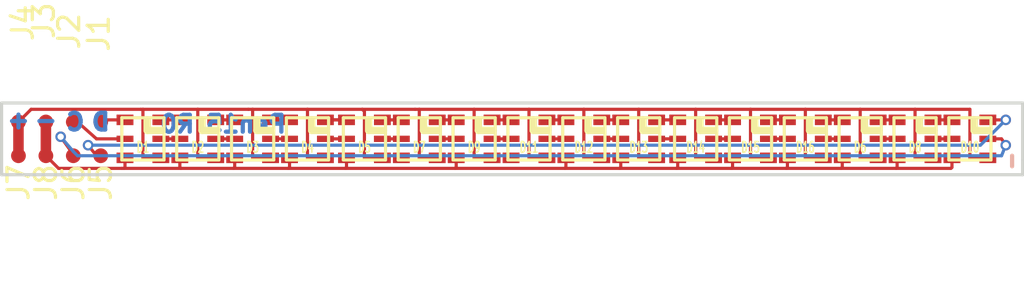
<source format=kicad_pcb>
(kicad_pcb (version 4) (host pcbnew 4.0.7-e2-6376~58~ubuntu16.04.1)

  (general
    (links 68)
    (no_connects 2)
    (area 146.524999 103.224999 195.075001 106.775001)
    (thickness 1.6)
    (drawings 13)
    (tracks 155)
    (zones 0)
    (modules 24)
    (nets 37)
  )

  (page A4)
  (layers
    (0 F.Cu signal)
    (31 B.Cu signal)
    (32 B.Adhes user)
    (33 F.Adhes user)
    (34 B.Paste user)
    (35 F.Paste user)
    (36 B.SilkS user)
    (37 F.SilkS user)
    (38 B.Mask user)
    (39 F.Mask user)
    (40 Dwgs.User user)
    (41 Cmts.User user)
    (42 Eco1.User user)
    (43 Eco2.User user)
    (44 Edge.Cuts user)
    (45 Margin user)
    (46 B.CrtYd user)
    (47 F.CrtYd user)
    (48 B.Fab user)
    (49 F.Fab user)
  )

  (setup
    (last_trace_width 0.15)
    (trace_clearance 0.15)
    (zone_clearance 0.508)
    (zone_45_only no)
    (trace_min 0.15)
    (segment_width 0.2)
    (edge_width 0.15)
    (via_size 0.5)
    (via_drill 0.3)
    (via_min_size 0.4)
    (via_min_drill 0.3)
    (uvia_size 0.3)
    (uvia_drill 0.1)
    (uvias_allowed no)
    (uvia_min_size 0.2)
    (uvia_min_drill 0.1)
    (pcb_text_width 0.3)
    (pcb_text_size 1.5 1.5)
    (mod_edge_width 0.15)
    (mod_text_size 1 1)
    (mod_text_width 0.15)
    (pad_size 1.524 1.524)
    (pad_drill 0.762)
    (pad_to_mask_clearance 0.2)
    (aux_axis_origin 0 0)
    (visible_elements FFFFFF7F)
    (pcbplotparams
      (layerselection 0x010f0_80000001)
      (usegerberextensions false)
      (excludeedgelayer true)
      (linewidth 0.100000)
      (plotframeref false)
      (viasonmask false)
      (mode 1)
      (useauxorigin false)
      (hpglpennumber 1)
      (hpglpenspeed 20)
      (hpglpendiameter 15)
      (hpglpenoverlay 2)
      (psnegative false)
      (psa4output false)
      (plotreference true)
      (plotvalue true)
      (plotinvisibletext false)
      (padsonsilk false)
      (subtractmaskfromsilk false)
      (outputformat 1)
      (mirror false)
      (drillshape 0)
      (scaleselection 1)
      (outputdirectory gerber_r0))
  )

  (net 0 "")
  (net 1 "Net-(D1-Pad2)")
  (net 2 "Net-(D1-Pad3)")
  (net 3 "Net-(D1-Pad4)")
  (net 4 "Net-(D1-Pad5)")
  (net 5 "Net-(D1-Pad6)")
  (net 6 "Net-(D1-Pad1)")
  (net 7 "Net-(D2-Pad6)")
  (net 8 "Net-(D2-Pad1)")
  (net 9 "Net-(D3-Pad6)")
  (net 10 "Net-(D3-Pad1)")
  (net 11 "Net-(D4-Pad6)")
  (net 12 "Net-(D4-Pad1)")
  (net 13 "Net-(D5-Pad6)")
  (net 14 "Net-(D5-Pad1)")
  (net 15 "Net-(D16-Pad1)")
  (net 16 "Net-(D16-Pad6)")
  (net 17 "Net-(D6-Pad6)")
  (net 18 "Net-(D6-Pad1)")
  (net 19 "Net-(D7-Pad6)")
  (net 20 "Net-(D7-Pad1)")
  (net 21 "Net-(D10-Pad3)")
  (net 22 "Net-(D10-Pad2)")
  (net 23 "Net-(D11-Pad3)")
  (net 24 "Net-(D11-Pad2)")
  (net 25 "Net-(D10-Pad6)")
  (net 26 "Net-(D10-Pad1)")
  (net 27 "Net-(D11-Pad6)")
  (net 28 "Net-(D11-Pad1)")
  (net 29 "Net-(D12-Pad6)")
  (net 30 "Net-(D12-Pad1)")
  (net 31 "Net-(D13-Pad6)")
  (net 32 "Net-(D13-Pad1)")
  (net 33 "Net-(D14-Pad6)")
  (net 34 "Net-(D14-Pad1)")
  (net 35 "Net-(D15-Pad6)")
  (net 36 "Net-(D15-Pad1)")

  (net_class Default "This is the default net class."
    (clearance 0.15)
    (trace_width 0.15)
    (via_dia 0.5)
    (via_drill 0.3)
    (uvia_dia 0.3)
    (uvia_drill 0.1)
    (add_net "Net-(D1-Pad1)")
    (add_net "Net-(D1-Pad2)")
    (add_net "Net-(D1-Pad3)")
    (add_net "Net-(D1-Pad6)")
    (add_net "Net-(D10-Pad1)")
    (add_net "Net-(D10-Pad2)")
    (add_net "Net-(D10-Pad3)")
    (add_net "Net-(D10-Pad6)")
    (add_net "Net-(D11-Pad1)")
    (add_net "Net-(D11-Pad2)")
    (add_net "Net-(D11-Pad3)")
    (add_net "Net-(D11-Pad6)")
    (add_net "Net-(D12-Pad1)")
    (add_net "Net-(D12-Pad6)")
    (add_net "Net-(D13-Pad1)")
    (add_net "Net-(D13-Pad6)")
    (add_net "Net-(D14-Pad1)")
    (add_net "Net-(D14-Pad6)")
    (add_net "Net-(D15-Pad1)")
    (add_net "Net-(D15-Pad6)")
    (add_net "Net-(D16-Pad1)")
    (add_net "Net-(D16-Pad6)")
    (add_net "Net-(D2-Pad1)")
    (add_net "Net-(D2-Pad6)")
    (add_net "Net-(D3-Pad1)")
    (add_net "Net-(D3-Pad6)")
    (add_net "Net-(D4-Pad1)")
    (add_net "Net-(D4-Pad6)")
    (add_net "Net-(D5-Pad1)")
    (add_net "Net-(D5-Pad6)")
    (add_net "Net-(D6-Pad1)")
    (add_net "Net-(D6-Pad6)")
    (add_net "Net-(D7-Pad1)")
    (add_net "Net-(D7-Pad6)")
  )

  (net_class PWR ""
    (clearance 0.15)
    (trace_width 0.5)
    (via_dia 0.5)
    (via_drill 0.3)
    (uvia_dia 0.3)
    (uvia_drill 0.1)
    (add_net "Net-(D1-Pad4)")
    (add_net "Net-(D1-Pad5)")
  )

  (module kicad:APA102-2020 (layer F.Cu) (tedit 5A277708) (tstamp 5AEF4908)
    (at 153.3 105)
    (path /5AEF4770)
    (fp_text reference D1 (at 0 0.4) (layer F.SilkS)
      (effects (font (size 0.50038 0.29972) (thickness 0.07493)))
    )
    (fp_text value APA102 (at 0 0.4) (layer F.SilkS) hide
      (effects (font (size 0.50038 0.29972) (thickness 0.0762)))
    )
    (fp_line (start 0.9 -0.4) (end 0.2 -0.4) (layer F.SilkS) (width 0.35))
    (fp_line (start 0.2 -0.4) (end 0.2 -0.9) (layer F.SilkS) (width 0.35))
    (fp_line (start -1 -1) (end 1 -1) (layer F.SilkS) (width 0.15))
    (fp_line (start 1 -1) (end 1 1) (layer F.SilkS) (width 0.15))
    (fp_line (start 1 1) (end -1 1) (layer F.SilkS) (width 0.15))
    (fp_line (start -1 1) (end -1 -1) (layer F.SilkS) (width 0.15))
    (pad 2 smd rect (at -0.85 -0.9) (size 0.8 0.5) (layers F.Cu F.Paste F.Mask)
      (net 1 "Net-(D1-Pad2)"))
    (pad 3 smd rect (at -0.85 0) (size 0.8 0.3) (layers F.Cu F.Paste F.Mask)
      (net 2 "Net-(D1-Pad3)"))
    (pad 4 smd rect (at -0.85 0.9) (size 0.8 0.5) (layers F.Cu F.Paste F.Mask)
      (net 3 "Net-(D1-Pad4)"))
    (pad 5 smd rect (at 0.85 0.9) (size 0.8 0.5) (layers F.Cu F.Paste F.Mask)
      (net 4 "Net-(D1-Pad5)"))
    (pad 6 smd rect (at 0.85 0) (size 0.8 0.3) (layers F.Cu F.Paste F.Mask)
      (net 5 "Net-(D1-Pad6)"))
    (pad 1 smd rect (at 0.85 -0.9) (size 0.8 0.5) (layers F.Cu F.Paste F.Mask)
      (net 6 "Net-(D1-Pad1)"))
  )

  (module kicad:APA102-2020 (layer F.Cu) (tedit 5A277708) (tstamp 5AEF4912)
    (at 155.9 105)
    (path /5AEF4801)
    (fp_text reference D2 (at 0 0.4) (layer F.SilkS)
      (effects (font (size 0.50038 0.29972) (thickness 0.07493)))
    )
    (fp_text value APA102 (at 0 0.4) (layer F.SilkS) hide
      (effects (font (size 0.50038 0.29972) (thickness 0.0762)))
    )
    (fp_line (start 0.9 -0.4) (end 0.2 -0.4) (layer F.SilkS) (width 0.35))
    (fp_line (start 0.2 -0.4) (end 0.2 -0.9) (layer F.SilkS) (width 0.35))
    (fp_line (start -1 -1) (end 1 -1) (layer F.SilkS) (width 0.15))
    (fp_line (start 1 -1) (end 1 1) (layer F.SilkS) (width 0.15))
    (fp_line (start 1 1) (end -1 1) (layer F.SilkS) (width 0.15))
    (fp_line (start -1 1) (end -1 -1) (layer F.SilkS) (width 0.15))
    (pad 2 smd rect (at -0.85 -0.9) (size 0.8 0.5) (layers F.Cu F.Paste F.Mask)
      (net 6 "Net-(D1-Pad1)"))
    (pad 3 smd rect (at -0.85 0) (size 0.8 0.3) (layers F.Cu F.Paste F.Mask)
      (net 5 "Net-(D1-Pad6)"))
    (pad 4 smd rect (at -0.85 0.9) (size 0.8 0.5) (layers F.Cu F.Paste F.Mask)
      (net 3 "Net-(D1-Pad4)"))
    (pad 5 smd rect (at 0.85 0.9) (size 0.8 0.5) (layers F.Cu F.Paste F.Mask)
      (net 4 "Net-(D1-Pad5)"))
    (pad 6 smd rect (at 0.85 0) (size 0.8 0.3) (layers F.Cu F.Paste F.Mask)
      (net 7 "Net-(D2-Pad6)"))
    (pad 1 smd rect (at 0.85 -0.9) (size 0.8 0.5) (layers F.Cu F.Paste F.Mask)
      (net 8 "Net-(D2-Pad1)"))
  )

  (module kicad:APA102-2020 (layer F.Cu) (tedit 5A277708) (tstamp 5AEF491C)
    (at 158.5 105)
    (path /5AEF4834)
    (fp_text reference D3 (at 0 0.4) (layer F.SilkS)
      (effects (font (size 0.50038 0.29972) (thickness 0.07493)))
    )
    (fp_text value APA102 (at 0 0.4) (layer F.SilkS) hide
      (effects (font (size 0.50038 0.29972) (thickness 0.0762)))
    )
    (fp_line (start 0.9 -0.4) (end 0.2 -0.4) (layer F.SilkS) (width 0.35))
    (fp_line (start 0.2 -0.4) (end 0.2 -0.9) (layer F.SilkS) (width 0.35))
    (fp_line (start -1 -1) (end 1 -1) (layer F.SilkS) (width 0.15))
    (fp_line (start 1 -1) (end 1 1) (layer F.SilkS) (width 0.15))
    (fp_line (start 1 1) (end -1 1) (layer F.SilkS) (width 0.15))
    (fp_line (start -1 1) (end -1 -1) (layer F.SilkS) (width 0.15))
    (pad 2 smd rect (at -0.85 -0.9) (size 0.8 0.5) (layers F.Cu F.Paste F.Mask)
      (net 8 "Net-(D2-Pad1)"))
    (pad 3 smd rect (at -0.85 0) (size 0.8 0.3) (layers F.Cu F.Paste F.Mask)
      (net 7 "Net-(D2-Pad6)"))
    (pad 4 smd rect (at -0.85 0.9) (size 0.8 0.5) (layers F.Cu F.Paste F.Mask)
      (net 3 "Net-(D1-Pad4)"))
    (pad 5 smd rect (at 0.85 0.9) (size 0.8 0.5) (layers F.Cu F.Paste F.Mask)
      (net 4 "Net-(D1-Pad5)"))
    (pad 6 smd rect (at 0.85 0) (size 0.8 0.3) (layers F.Cu F.Paste F.Mask)
      (net 9 "Net-(D3-Pad6)"))
    (pad 1 smd rect (at 0.85 -0.9) (size 0.8 0.5) (layers F.Cu F.Paste F.Mask)
      (net 10 "Net-(D3-Pad1)"))
  )

  (module kicad:APA102-2020 (layer F.Cu) (tedit 5A277708) (tstamp 5AEF4926)
    (at 161.1 105)
    (path /5AEF4873)
    (fp_text reference D4 (at 0 0.4) (layer F.SilkS)
      (effects (font (size 0.50038 0.29972) (thickness 0.07493)))
    )
    (fp_text value APA102 (at 0 0.4) (layer F.SilkS) hide
      (effects (font (size 0.50038 0.29972) (thickness 0.0762)))
    )
    (fp_line (start 0.9 -0.4) (end 0.2 -0.4) (layer F.SilkS) (width 0.35))
    (fp_line (start 0.2 -0.4) (end 0.2 -0.9) (layer F.SilkS) (width 0.35))
    (fp_line (start -1 -1) (end 1 -1) (layer F.SilkS) (width 0.15))
    (fp_line (start 1 -1) (end 1 1) (layer F.SilkS) (width 0.15))
    (fp_line (start 1 1) (end -1 1) (layer F.SilkS) (width 0.15))
    (fp_line (start -1 1) (end -1 -1) (layer F.SilkS) (width 0.15))
    (pad 2 smd rect (at -0.85 -0.9) (size 0.8 0.5) (layers F.Cu F.Paste F.Mask)
      (net 10 "Net-(D3-Pad1)"))
    (pad 3 smd rect (at -0.85 0) (size 0.8 0.3) (layers F.Cu F.Paste F.Mask)
      (net 9 "Net-(D3-Pad6)"))
    (pad 4 smd rect (at -0.85 0.9) (size 0.8 0.5) (layers F.Cu F.Paste F.Mask)
      (net 3 "Net-(D1-Pad4)"))
    (pad 5 smd rect (at 0.85 0.9) (size 0.8 0.5) (layers F.Cu F.Paste F.Mask)
      (net 4 "Net-(D1-Pad5)"))
    (pad 6 smd rect (at 0.85 0) (size 0.8 0.3) (layers F.Cu F.Paste F.Mask)
      (net 11 "Net-(D4-Pad6)"))
    (pad 1 smd rect (at 0.85 -0.9) (size 0.8 0.5) (layers F.Cu F.Paste F.Mask)
      (net 12 "Net-(D4-Pad1)"))
  )

  (module kicad:APA102-2020 (layer F.Cu) (tedit 5A277708) (tstamp 5AFF41E1)
    (at 163.8 105)
    (path /5AFF4021)
    (fp_text reference D5 (at 0 0.4) (layer F.SilkS)
      (effects (font (size 0.50038 0.29972) (thickness 0.07493)))
    )
    (fp_text value APA102 (at 0 0.4) (layer F.SilkS) hide
      (effects (font (size 0.50038 0.29972) (thickness 0.0762)))
    )
    (fp_line (start 0.9 -0.4) (end 0.2 -0.4) (layer F.SilkS) (width 0.35))
    (fp_line (start 0.2 -0.4) (end 0.2 -0.9) (layer F.SilkS) (width 0.35))
    (fp_line (start -1 -1) (end 1 -1) (layer F.SilkS) (width 0.15))
    (fp_line (start 1 -1) (end 1 1) (layer F.SilkS) (width 0.15))
    (fp_line (start 1 1) (end -1 1) (layer F.SilkS) (width 0.15))
    (fp_line (start -1 1) (end -1 -1) (layer F.SilkS) (width 0.15))
    (pad 2 smd rect (at -0.85 -0.9) (size 0.8 0.5) (layers F.Cu F.Paste F.Mask)
      (net 12 "Net-(D4-Pad1)"))
    (pad 3 smd rect (at -0.85 0) (size 0.8 0.3) (layers F.Cu F.Paste F.Mask)
      (net 11 "Net-(D4-Pad6)"))
    (pad 4 smd rect (at -0.85 0.9) (size 0.8 0.5) (layers F.Cu F.Paste F.Mask)
      (net 3 "Net-(D1-Pad4)"))
    (pad 5 smd rect (at 0.85 0.9) (size 0.8 0.5) (layers F.Cu F.Paste F.Mask)
      (net 4 "Net-(D1-Pad5)"))
    (pad 6 smd rect (at 0.85 0) (size 0.8 0.3) (layers F.Cu F.Paste F.Mask)
      (net 13 "Net-(D5-Pad6)"))
    (pad 1 smd rect (at 0.85 -0.9) (size 0.8 0.5) (layers F.Cu F.Paste F.Mask)
      (net 14 "Net-(D5-Pad1)"))
  )

  (module kicad:APA102-2020 (layer F.Cu) (tedit 5A277708) (tstamp 5AFF41EB)
    (at 187.3 105)
    (path /5AFF42FA)
    (fp_text reference D6 (at 0 0.4) (layer F.SilkS)
      (effects (font (size 0.50038 0.29972) (thickness 0.07493)))
    )
    (fp_text value APA102 (at 0 0.4) (layer F.SilkS) hide
      (effects (font (size 0.50038 0.29972) (thickness 0.0762)))
    )
    (fp_line (start 0.9 -0.4) (end 0.2 -0.4) (layer F.SilkS) (width 0.35))
    (fp_line (start 0.2 -0.4) (end 0.2 -0.9) (layer F.SilkS) (width 0.35))
    (fp_line (start -1 -1) (end 1 -1) (layer F.SilkS) (width 0.15))
    (fp_line (start 1 -1) (end 1 1) (layer F.SilkS) (width 0.15))
    (fp_line (start 1 1) (end -1 1) (layer F.SilkS) (width 0.15))
    (fp_line (start -1 1) (end -1 -1) (layer F.SilkS) (width 0.15))
    (pad 2 smd rect (at -0.85 -0.9) (size 0.8 0.5) (layers F.Cu F.Paste F.Mask)
      (net 15 "Net-(D16-Pad1)"))
    (pad 3 smd rect (at -0.85 0) (size 0.8 0.3) (layers F.Cu F.Paste F.Mask)
      (net 16 "Net-(D16-Pad6)"))
    (pad 4 smd rect (at -0.85 0.9) (size 0.8 0.5) (layers F.Cu F.Paste F.Mask)
      (net 3 "Net-(D1-Pad4)"))
    (pad 5 smd rect (at 0.85 0.9) (size 0.8 0.5) (layers F.Cu F.Paste F.Mask)
      (net 4 "Net-(D1-Pad5)"))
    (pad 6 smd rect (at 0.85 0) (size 0.8 0.3) (layers F.Cu F.Paste F.Mask)
      (net 17 "Net-(D6-Pad6)"))
    (pad 1 smd rect (at 0.85 -0.9) (size 0.8 0.5) (layers F.Cu F.Paste F.Mask)
      (net 18 "Net-(D6-Pad1)"))
  )

  (module kicad:APA102-2020 (layer F.Cu) (tedit 5A277708) (tstamp 5AFF41F5)
    (at 166.4 105)
    (path /5AFF4074)
    (fp_text reference D7 (at 0 0.4) (layer F.SilkS)
      (effects (font (size 0.50038 0.29972) (thickness 0.07493)))
    )
    (fp_text value APA102 (at 0 0.4) (layer F.SilkS) hide
      (effects (font (size 0.50038 0.29972) (thickness 0.0762)))
    )
    (fp_line (start 0.9 -0.4) (end 0.2 -0.4) (layer F.SilkS) (width 0.35))
    (fp_line (start 0.2 -0.4) (end 0.2 -0.9) (layer F.SilkS) (width 0.35))
    (fp_line (start -1 -1) (end 1 -1) (layer F.SilkS) (width 0.15))
    (fp_line (start 1 -1) (end 1 1) (layer F.SilkS) (width 0.15))
    (fp_line (start 1 1) (end -1 1) (layer F.SilkS) (width 0.15))
    (fp_line (start -1 1) (end -1 -1) (layer F.SilkS) (width 0.15))
    (pad 2 smd rect (at -0.85 -0.9) (size 0.8 0.5) (layers F.Cu F.Paste F.Mask)
      (net 14 "Net-(D5-Pad1)"))
    (pad 3 smd rect (at -0.85 0) (size 0.8 0.3) (layers F.Cu F.Paste F.Mask)
      (net 13 "Net-(D5-Pad6)"))
    (pad 4 smd rect (at -0.85 0.9) (size 0.8 0.5) (layers F.Cu F.Paste F.Mask)
      (net 3 "Net-(D1-Pad4)"))
    (pad 5 smd rect (at 0.85 0.9) (size 0.8 0.5) (layers F.Cu F.Paste F.Mask)
      (net 4 "Net-(D1-Pad5)"))
    (pad 6 smd rect (at 0.85 0) (size 0.8 0.3) (layers F.Cu F.Paste F.Mask)
      (net 19 "Net-(D7-Pad6)"))
    (pad 1 smd rect (at 0.85 -0.9) (size 0.8 0.5) (layers F.Cu F.Paste F.Mask)
      (net 20 "Net-(D7-Pad1)"))
  )

  (module kicad:APA102-2020 (layer F.Cu) (tedit 5A277708) (tstamp 5AFF41FF)
    (at 189.9 105)
    (path /5AFF44F1)
    (fp_text reference D8 (at 0 0.4) (layer F.SilkS)
      (effects (font (size 0.50038 0.29972) (thickness 0.07493)))
    )
    (fp_text value APA102 (at 0 0.4) (layer F.SilkS) hide
      (effects (font (size 0.50038 0.29972) (thickness 0.0762)))
    )
    (fp_line (start 0.9 -0.4) (end 0.2 -0.4) (layer F.SilkS) (width 0.35))
    (fp_line (start 0.2 -0.4) (end 0.2 -0.9) (layer F.SilkS) (width 0.35))
    (fp_line (start -1 -1) (end 1 -1) (layer F.SilkS) (width 0.15))
    (fp_line (start 1 -1) (end 1 1) (layer F.SilkS) (width 0.15))
    (fp_line (start 1 1) (end -1 1) (layer F.SilkS) (width 0.15))
    (fp_line (start -1 1) (end -1 -1) (layer F.SilkS) (width 0.15))
    (pad 2 smd rect (at -0.85 -0.9) (size 0.8 0.5) (layers F.Cu F.Paste F.Mask)
      (net 18 "Net-(D6-Pad1)"))
    (pad 3 smd rect (at -0.85 0) (size 0.8 0.3) (layers F.Cu F.Paste F.Mask)
      (net 17 "Net-(D6-Pad6)"))
    (pad 4 smd rect (at -0.85 0.9) (size 0.8 0.5) (layers F.Cu F.Paste F.Mask)
      (net 3 "Net-(D1-Pad4)"))
    (pad 5 smd rect (at 0.85 0.9) (size 0.8 0.5) (layers F.Cu F.Paste F.Mask)
      (net 4 "Net-(D1-Pad5)"))
    (pad 6 smd rect (at 0.85 0) (size 0.8 0.3) (layers F.Cu F.Paste F.Mask)
      (net 21 "Net-(D10-Pad3)"))
    (pad 1 smd rect (at 0.85 -0.9) (size 0.8 0.5) (layers F.Cu F.Paste F.Mask)
      (net 22 "Net-(D10-Pad2)"))
  )

  (module kicad:APA102-2020 (layer F.Cu) (tedit 5A277708) (tstamp 5AFF4209)
    (at 169 105)
    (path /5AFF40A9)
    (fp_text reference D9 (at 0 0.4) (layer F.SilkS)
      (effects (font (size 0.50038 0.29972) (thickness 0.07493)))
    )
    (fp_text value APA102 (at 0 0.4) (layer F.SilkS) hide
      (effects (font (size 0.50038 0.29972) (thickness 0.0762)))
    )
    (fp_line (start 0.9 -0.4) (end 0.2 -0.4) (layer F.SilkS) (width 0.35))
    (fp_line (start 0.2 -0.4) (end 0.2 -0.9) (layer F.SilkS) (width 0.35))
    (fp_line (start -1 -1) (end 1 -1) (layer F.SilkS) (width 0.15))
    (fp_line (start 1 -1) (end 1 1) (layer F.SilkS) (width 0.15))
    (fp_line (start 1 1) (end -1 1) (layer F.SilkS) (width 0.15))
    (fp_line (start -1 1) (end -1 -1) (layer F.SilkS) (width 0.15))
    (pad 2 smd rect (at -0.85 -0.9) (size 0.8 0.5) (layers F.Cu F.Paste F.Mask)
      (net 20 "Net-(D7-Pad1)"))
    (pad 3 smd rect (at -0.85 0) (size 0.8 0.3) (layers F.Cu F.Paste F.Mask)
      (net 19 "Net-(D7-Pad6)"))
    (pad 4 smd rect (at -0.85 0.9) (size 0.8 0.5) (layers F.Cu F.Paste F.Mask)
      (net 3 "Net-(D1-Pad4)"))
    (pad 5 smd rect (at 0.85 0.9) (size 0.8 0.5) (layers F.Cu F.Paste F.Mask)
      (net 4 "Net-(D1-Pad5)"))
    (pad 6 smd rect (at 0.85 0) (size 0.8 0.3) (layers F.Cu F.Paste F.Mask)
      (net 23 "Net-(D11-Pad3)"))
    (pad 1 smd rect (at 0.85 -0.9) (size 0.8 0.5) (layers F.Cu F.Paste F.Mask)
      (net 24 "Net-(D11-Pad2)"))
  )

  (module kicad:APA102-2020 (layer F.Cu) (tedit 5A277708) (tstamp 5AFF4213)
    (at 192.5 105)
    (path /5AFF4562)
    (fp_text reference D10 (at 0 0.4) (layer F.SilkS)
      (effects (font (size 0.50038 0.29972) (thickness 0.07493)))
    )
    (fp_text value APA102 (at 0 0.4) (layer F.SilkS) hide
      (effects (font (size 0.50038 0.29972) (thickness 0.0762)))
    )
    (fp_line (start 0.9 -0.4) (end 0.2 -0.4) (layer F.SilkS) (width 0.35))
    (fp_line (start 0.2 -0.4) (end 0.2 -0.9) (layer F.SilkS) (width 0.35))
    (fp_line (start -1 -1) (end 1 -1) (layer F.SilkS) (width 0.15))
    (fp_line (start 1 -1) (end 1 1) (layer F.SilkS) (width 0.15))
    (fp_line (start 1 1) (end -1 1) (layer F.SilkS) (width 0.15))
    (fp_line (start -1 1) (end -1 -1) (layer F.SilkS) (width 0.15))
    (pad 2 smd rect (at -0.85 -0.9) (size 0.8 0.5) (layers F.Cu F.Paste F.Mask)
      (net 22 "Net-(D10-Pad2)"))
    (pad 3 smd rect (at -0.85 0) (size 0.8 0.3) (layers F.Cu F.Paste F.Mask)
      (net 21 "Net-(D10-Pad3)"))
    (pad 4 smd rect (at -0.85 0.9) (size 0.8 0.5) (layers F.Cu F.Paste F.Mask)
      (net 3 "Net-(D1-Pad4)"))
    (pad 5 smd rect (at 0.85 0.9) (size 0.8 0.5) (layers F.Cu F.Paste F.Mask)
      (net 4 "Net-(D1-Pad5)"))
    (pad 6 smd rect (at 0.85 0) (size 0.8 0.3) (layers F.Cu F.Paste F.Mask)
      (net 25 "Net-(D10-Pad6)"))
    (pad 1 smd rect (at 0.85 -0.9) (size 0.8 0.5) (layers F.Cu F.Paste F.Mask)
      (net 26 "Net-(D10-Pad1)"))
  )

  (module kicad:APA102-2020 (layer F.Cu) (tedit 5A277708) (tstamp 5AFF421D)
    (at 171.6 105)
    (path /5AFF40DA)
    (fp_text reference D11 (at 0 0.4) (layer F.SilkS)
      (effects (font (size 0.50038 0.29972) (thickness 0.07493)))
    )
    (fp_text value APA102 (at 0 0.4) (layer F.SilkS) hide
      (effects (font (size 0.50038 0.29972) (thickness 0.0762)))
    )
    (fp_line (start 0.9 -0.4) (end 0.2 -0.4) (layer F.SilkS) (width 0.35))
    (fp_line (start 0.2 -0.4) (end 0.2 -0.9) (layer F.SilkS) (width 0.35))
    (fp_line (start -1 -1) (end 1 -1) (layer F.SilkS) (width 0.15))
    (fp_line (start 1 -1) (end 1 1) (layer F.SilkS) (width 0.15))
    (fp_line (start 1 1) (end -1 1) (layer F.SilkS) (width 0.15))
    (fp_line (start -1 1) (end -1 -1) (layer F.SilkS) (width 0.15))
    (pad 2 smd rect (at -0.85 -0.9) (size 0.8 0.5) (layers F.Cu F.Paste F.Mask)
      (net 24 "Net-(D11-Pad2)"))
    (pad 3 smd rect (at -0.85 0) (size 0.8 0.3) (layers F.Cu F.Paste F.Mask)
      (net 23 "Net-(D11-Pad3)"))
    (pad 4 smd rect (at -0.85 0.9) (size 0.8 0.5) (layers F.Cu F.Paste F.Mask)
      (net 3 "Net-(D1-Pad4)"))
    (pad 5 smd rect (at 0.85 0.9) (size 0.8 0.5) (layers F.Cu F.Paste F.Mask)
      (net 4 "Net-(D1-Pad5)"))
    (pad 6 smd rect (at 0.85 0) (size 0.8 0.3) (layers F.Cu F.Paste F.Mask)
      (net 27 "Net-(D11-Pad6)"))
    (pad 1 smd rect (at 0.85 -0.9) (size 0.8 0.5) (layers F.Cu F.Paste F.Mask)
      (net 28 "Net-(D11-Pad1)"))
  )

  (module kicad:APA102-2020 (layer F.Cu) (tedit 5A277708) (tstamp 5AFF4227)
    (at 174.2 105)
    (path /5AFF4127)
    (fp_text reference D12 (at 0 0.4) (layer F.SilkS)
      (effects (font (size 0.50038 0.29972) (thickness 0.07493)))
    )
    (fp_text value APA102 (at 0 0.4) (layer F.SilkS) hide
      (effects (font (size 0.50038 0.29972) (thickness 0.0762)))
    )
    (fp_line (start 0.9 -0.4) (end 0.2 -0.4) (layer F.SilkS) (width 0.35))
    (fp_line (start 0.2 -0.4) (end 0.2 -0.9) (layer F.SilkS) (width 0.35))
    (fp_line (start -1 -1) (end 1 -1) (layer F.SilkS) (width 0.15))
    (fp_line (start 1 -1) (end 1 1) (layer F.SilkS) (width 0.15))
    (fp_line (start 1 1) (end -1 1) (layer F.SilkS) (width 0.15))
    (fp_line (start -1 1) (end -1 -1) (layer F.SilkS) (width 0.15))
    (pad 2 smd rect (at -0.85 -0.9) (size 0.8 0.5) (layers F.Cu F.Paste F.Mask)
      (net 28 "Net-(D11-Pad1)"))
    (pad 3 smd rect (at -0.85 0) (size 0.8 0.3) (layers F.Cu F.Paste F.Mask)
      (net 27 "Net-(D11-Pad6)"))
    (pad 4 smd rect (at -0.85 0.9) (size 0.8 0.5) (layers F.Cu F.Paste F.Mask)
      (net 3 "Net-(D1-Pad4)"))
    (pad 5 smd rect (at 0.85 0.9) (size 0.8 0.5) (layers F.Cu F.Paste F.Mask)
      (net 4 "Net-(D1-Pad5)"))
    (pad 6 smd rect (at 0.85 0) (size 0.8 0.3) (layers F.Cu F.Paste F.Mask)
      (net 29 "Net-(D12-Pad6)"))
    (pad 1 smd rect (at 0.85 -0.9) (size 0.8 0.5) (layers F.Cu F.Paste F.Mask)
      (net 30 "Net-(D12-Pad1)"))
  )

  (module kicad:APA102-2020 (layer F.Cu) (tedit 5A277708) (tstamp 5AFF4231)
    (at 176.8 105)
    (path /5AFF41A8)
    (fp_text reference D13 (at 0 0.4) (layer F.SilkS)
      (effects (font (size 0.50038 0.29972) (thickness 0.07493)))
    )
    (fp_text value APA102 (at 0 0.4) (layer F.SilkS) hide
      (effects (font (size 0.50038 0.29972) (thickness 0.0762)))
    )
    (fp_line (start 0.9 -0.4) (end 0.2 -0.4) (layer F.SilkS) (width 0.35))
    (fp_line (start 0.2 -0.4) (end 0.2 -0.9) (layer F.SilkS) (width 0.35))
    (fp_line (start -1 -1) (end 1 -1) (layer F.SilkS) (width 0.15))
    (fp_line (start 1 -1) (end 1 1) (layer F.SilkS) (width 0.15))
    (fp_line (start 1 1) (end -1 1) (layer F.SilkS) (width 0.15))
    (fp_line (start -1 1) (end -1 -1) (layer F.SilkS) (width 0.15))
    (pad 2 smd rect (at -0.85 -0.9) (size 0.8 0.5) (layers F.Cu F.Paste F.Mask)
      (net 30 "Net-(D12-Pad1)"))
    (pad 3 smd rect (at -0.85 0) (size 0.8 0.3) (layers F.Cu F.Paste F.Mask)
      (net 29 "Net-(D12-Pad6)"))
    (pad 4 smd rect (at -0.85 0.9) (size 0.8 0.5) (layers F.Cu F.Paste F.Mask)
      (net 3 "Net-(D1-Pad4)"))
    (pad 5 smd rect (at 0.85 0.9) (size 0.8 0.5) (layers F.Cu F.Paste F.Mask)
      (net 4 "Net-(D1-Pad5)"))
    (pad 6 smd rect (at 0.85 0) (size 0.8 0.3) (layers F.Cu F.Paste F.Mask)
      (net 31 "Net-(D13-Pad6)"))
    (pad 1 smd rect (at 0.85 -0.9) (size 0.8 0.5) (layers F.Cu F.Paste F.Mask)
      (net 32 "Net-(D13-Pad1)"))
  )

  (module kicad:APA102-2020 (layer F.Cu) (tedit 5A277708) (tstamp 5AFF423B)
    (at 179.5 105)
    (path /5AFF41D5)
    (fp_text reference D14 (at 0 0.4) (layer F.SilkS)
      (effects (font (size 0.50038 0.29972) (thickness 0.07493)))
    )
    (fp_text value APA102 (at 0 0.4) (layer F.SilkS) hide
      (effects (font (size 0.50038 0.29972) (thickness 0.0762)))
    )
    (fp_line (start 0.9 -0.4) (end 0.2 -0.4) (layer F.SilkS) (width 0.35))
    (fp_line (start 0.2 -0.4) (end 0.2 -0.9) (layer F.SilkS) (width 0.35))
    (fp_line (start -1 -1) (end 1 -1) (layer F.SilkS) (width 0.15))
    (fp_line (start 1 -1) (end 1 1) (layer F.SilkS) (width 0.15))
    (fp_line (start 1 1) (end -1 1) (layer F.SilkS) (width 0.15))
    (fp_line (start -1 1) (end -1 -1) (layer F.SilkS) (width 0.15))
    (pad 2 smd rect (at -0.85 -0.9) (size 0.8 0.5) (layers F.Cu F.Paste F.Mask)
      (net 32 "Net-(D13-Pad1)"))
    (pad 3 smd rect (at -0.85 0) (size 0.8 0.3) (layers F.Cu F.Paste F.Mask)
      (net 31 "Net-(D13-Pad6)"))
    (pad 4 smd rect (at -0.85 0.9) (size 0.8 0.5) (layers F.Cu F.Paste F.Mask)
      (net 3 "Net-(D1-Pad4)"))
    (pad 5 smd rect (at 0.85 0.9) (size 0.8 0.5) (layers F.Cu F.Paste F.Mask)
      (net 4 "Net-(D1-Pad5)"))
    (pad 6 smd rect (at 0.85 0) (size 0.8 0.3) (layers F.Cu F.Paste F.Mask)
      (net 33 "Net-(D14-Pad6)"))
    (pad 1 smd rect (at 0.85 -0.9) (size 0.8 0.5) (layers F.Cu F.Paste F.Mask)
      (net 34 "Net-(D14-Pad1)"))
  )

  (module kicad:APA102-2020 (layer F.Cu) (tedit 5A277708) (tstamp 5AFF4245)
    (at 182.1 105)
    (path /5AFF4206)
    (fp_text reference D15 (at 0 0.4) (layer F.SilkS)
      (effects (font (size 0.50038 0.29972) (thickness 0.07493)))
    )
    (fp_text value APA102 (at 0 0.4) (layer F.SilkS) hide
      (effects (font (size 0.50038 0.29972) (thickness 0.0762)))
    )
    (fp_line (start 0.9 -0.4) (end 0.2 -0.4) (layer F.SilkS) (width 0.35))
    (fp_line (start 0.2 -0.4) (end 0.2 -0.9) (layer F.SilkS) (width 0.35))
    (fp_line (start -1 -1) (end 1 -1) (layer F.SilkS) (width 0.15))
    (fp_line (start 1 -1) (end 1 1) (layer F.SilkS) (width 0.15))
    (fp_line (start 1 1) (end -1 1) (layer F.SilkS) (width 0.15))
    (fp_line (start -1 1) (end -1 -1) (layer F.SilkS) (width 0.15))
    (pad 2 smd rect (at -0.85 -0.9) (size 0.8 0.5) (layers F.Cu F.Paste F.Mask)
      (net 34 "Net-(D14-Pad1)"))
    (pad 3 smd rect (at -0.85 0) (size 0.8 0.3) (layers F.Cu F.Paste F.Mask)
      (net 33 "Net-(D14-Pad6)"))
    (pad 4 smd rect (at -0.85 0.9) (size 0.8 0.5) (layers F.Cu F.Paste F.Mask)
      (net 3 "Net-(D1-Pad4)"))
    (pad 5 smd rect (at 0.85 0.9) (size 0.8 0.5) (layers F.Cu F.Paste F.Mask)
      (net 4 "Net-(D1-Pad5)"))
    (pad 6 smd rect (at 0.85 0) (size 0.8 0.3) (layers F.Cu F.Paste F.Mask)
      (net 35 "Net-(D15-Pad6)"))
    (pad 1 smd rect (at 0.85 -0.9) (size 0.8 0.5) (layers F.Cu F.Paste F.Mask)
      (net 36 "Net-(D15-Pad1)"))
  )

  (module kicad:APA102-2020 (layer F.Cu) (tedit 5A277708) (tstamp 5AFF424F)
    (at 184.7 105)
    (path /5AFF4287)
    (fp_text reference D16 (at 0 0.4) (layer F.SilkS)
      (effects (font (size 0.50038 0.29972) (thickness 0.07493)))
    )
    (fp_text value APA102 (at 0 0.4) (layer F.SilkS) hide
      (effects (font (size 0.50038 0.29972) (thickness 0.0762)))
    )
    (fp_line (start 0.9 -0.4) (end 0.2 -0.4) (layer F.SilkS) (width 0.35))
    (fp_line (start 0.2 -0.4) (end 0.2 -0.9) (layer F.SilkS) (width 0.35))
    (fp_line (start -1 -1) (end 1 -1) (layer F.SilkS) (width 0.15))
    (fp_line (start 1 -1) (end 1 1) (layer F.SilkS) (width 0.15))
    (fp_line (start 1 1) (end -1 1) (layer F.SilkS) (width 0.15))
    (fp_line (start -1 1) (end -1 -1) (layer F.SilkS) (width 0.15))
    (pad 2 smd rect (at -0.85 -0.9) (size 0.8 0.5) (layers F.Cu F.Paste F.Mask)
      (net 36 "Net-(D15-Pad1)"))
    (pad 3 smd rect (at -0.85 0) (size 0.8 0.3) (layers F.Cu F.Paste F.Mask)
      (net 35 "Net-(D15-Pad6)"))
    (pad 4 smd rect (at -0.85 0.9) (size 0.8 0.5) (layers F.Cu F.Paste F.Mask)
      (net 3 "Net-(D1-Pad4)"))
    (pad 5 smd rect (at 0.85 0.9) (size 0.8 0.5) (layers F.Cu F.Paste F.Mask)
      (net 4 "Net-(D1-Pad5)"))
    (pad 6 smd rect (at 0.85 0) (size 0.8 0.3) (layers F.Cu F.Paste F.Mask)
      (net 16 "Net-(D16-Pad6)"))
    (pad 1 smd rect (at 0.85 -0.9) (size 0.8 0.5) (layers F.Cu F.Paste F.Mask)
      (net 15 "Net-(D16-Pad1)"))
  )

  (module kicad:smallpad (layer F.Cu) (tedit 5B00A2CF) (tstamp 5B00A2AA)
    (at 151.3 104.2)
    (path /5AFF5B35)
    (fp_text reference J1 (at -0.1 -4.2 90) (layer F.SilkS)
      (effects (font (size 1 1) (thickness 0.15)))
    )
    (fp_text value SDI (at 0 -1.9 90) (layer F.Fab)
      (effects (font (size 1 1) (thickness 0.15)))
    )
    (pad 1 smd circle (at 0 0) (size 0.7 0.7) (layers F.Cu F.Paste F.Mask)
      (net 1 "Net-(D1-Pad2)"))
  )

  (module kicad:smallpad (layer F.Cu) (tedit 5B00A2D3) (tstamp 5B00A2AF)
    (at 150 104.2)
    (path /5AFF5C79)
    (fp_text reference J2 (at -0.2 -4.3 90) (layer F.SilkS)
      (effects (font (size 1 1) (thickness 0.15)))
    )
    (fp_text value CKI (at 0 -2 90) (layer F.Fab)
      (effects (font (size 1 1) (thickness 0.15)))
    )
    (pad 1 smd circle (at 0 0) (size 0.7 0.7) (layers F.Cu F.Paste F.Mask)
      (net 2 "Net-(D1-Pad3)"))
  )

  (module kicad:smallpad (layer F.Cu) (tedit 5B00A2D6) (tstamp 5B00A2B4)
    (at 148.7 104.2)
    (path /5AFF5CFA)
    (fp_text reference J3 (at -0.1 -4.8 90) (layer F.SilkS)
      (effects (font (size 1 1) (thickness 0.15)))
    )
    (fp_text value GND (at 0 -2.2 90) (layer F.Fab)
      (effects (font (size 1 1) (thickness 0.15)))
    )
    (pad 1 smd circle (at 0 0) (size 0.7 0.7) (layers F.Cu F.Paste F.Mask)
      (net 3 "Net-(D1-Pad4)"))
  )

  (module kicad:smallpad (layer F.Cu) (tedit 5B00A2DA) (tstamp 5B00A2B9)
    (at 147.4 104.2)
    (path /5AFF5DD8)
    (fp_text reference J4 (at 0.2 -4.7 90) (layer F.SilkS)
      (effects (font (size 1 1) (thickness 0.15)))
    )
    (fp_text value VCC (at 0.2 -2.2 90) (layer F.Fab)
      (effects (font (size 1 1) (thickness 0.15)))
    )
    (pad 1 smd circle (at 0 0) (size 0.7 0.7) (layers F.Cu F.Paste F.Mask)
      (net 4 "Net-(D1-Pad5)"))
  )

  (module kicad:smallpad (layer F.Cu) (tedit 5B00A2BC) (tstamp 5B00A2BE)
    (at 151.3 105.8)
    (path /5AFF600C)
    (fp_text reference J5 (at 0 1.27 90) (layer F.SilkS)
      (effects (font (size 1 1) (thickness 0.15)))
    )
    (fp_text value SDO (at 0 3.6 90) (layer F.Fab)
      (effects (font (size 1 1) (thickness 0.15)))
    )
    (pad 1 smd circle (at 0 0) (size 0.7 0.7) (layers F.Cu F.Paste F.Mask)
      (net 26 "Net-(D10-Pad1)"))
  )

  (module kicad:smallpad (layer F.Cu) (tedit 5B00A2C0) (tstamp 5B00A2C3)
    (at 150 105.8)
    (path /5AFF604F)
    (fp_text reference J6 (at 0 1.27 90) (layer F.SilkS)
      (effects (font (size 1 1) (thickness 0.15)))
    )
    (fp_text value CKO (at 0.1 3.6 90) (layer F.Fab)
      (effects (font (size 1 1) (thickness 0.15)))
    )
    (pad 1 smd circle (at 0 0) (size 0.7 0.7) (layers F.Cu F.Paste F.Mask)
      (net 25 "Net-(D10-Pad6)"))
  )

  (module kicad:smallpad (layer F.Cu) (tedit 5B00A2C5) (tstamp 5B00A2C8)
    (at 147.4 105.8)
    (path /5AFF609A)
    (fp_text reference J7 (at 0 1.27 90) (layer F.SilkS)
      (effects (font (size 1 1) (thickness 0.15)))
    )
    (fp_text value VCCO (at 0.1 4.2 90) (layer F.Fab)
      (effects (font (size 1 1) (thickness 0.15)))
    )
    (pad 1 smd circle (at 0 0) (size 0.7 0.7) (layers F.Cu F.Paste F.Mask)
      (net 4 "Net-(D1-Pad5)"))
  )

  (module kicad:smallpad (layer F.Cu) (tedit 5B00A2CA) (tstamp 5B00A2CD)
    (at 148.7 105.8)
    (path /5AFF60EF)
    (fp_text reference J8 (at 0 1.27 90) (layer F.SilkS)
      (effects (font (size 1 1) (thickness 0.15)))
    )
    (fp_text value GNDO (at 0.1 4.2 90) (layer F.Fab)
      (effects (font (size 1 1) (thickness 0.15)))
    )
    (pad 1 smd circle (at 0 0) (size 0.7 0.7) (layers F.Cu F.Paste F.Mask)
      (net 3 "Net-(D1-Pad4)"))
  )

  (gr_text D (at 151.3 104.2) (layer B.Cu)
    (effects (font (size 0.8 0.8) (thickness 0.2)) (justify mirror))
  )
  (gr_text C (at 150.1 104.2) (layer B.Cu)
    (effects (font (size 0.8 0.8) (thickness 0.2)) (justify mirror))
  )
  (gr_text - (at 148.7 104.1) (layer B.Cu)
    (effects (font (size 0.8 0.8) (thickness 0.2)) (justify mirror))
  )
  (gr_text + (at 147.4 104.1) (layer B.Cu)
    (effects (font (size 0.8 0.8) (thickness 0.2)) (justify mirror))
  )
  (gr_text "Pen15 R0" (at 157.1 104.3) (layer B.Cu)
    (effects (font (size 0.8 0.8) (thickness 0.2)) (justify mirror))
  )
  (gr_line (start 193.1 103.6) (end 193.7 103.6) (angle 90) (layer B.Mask) (width 0.2))
  (gr_line (start 194.5 105.8) (end 194.5 106.3) (angle 90) (layer B.SilkS) (width 0.2))
  (gr_line (start 195 103.3) (end 195 106) (angle 90) (layer Edge.Cuts) (width 0.15))
  (gr_line (start 146.6 106.6) (end 146.6 103.3) (angle 90) (layer Edge.Cuts) (width 0.15))
  (gr_line (start 195 103.3) (end 146.6 103.3) (angle 90) (layer Edge.Cuts) (width 0.15))
  (gr_line (start 195 106.7) (end 195 106) (angle 90) (layer Edge.Cuts) (width 0.15))
  (gr_line (start 146.6 106.7) (end 195 106.7) (angle 90) (layer Edge.Cuts) (width 0.15))
  (gr_line (start 146.6 106.6) (end 146.6 106.7) (angle 90) (layer Edge.Cuts) (width 0.15))

  (segment (start 152.45 104.1) (end 151.4 104.1) (width 0.15) (layer F.Cu) (net 1))
  (segment (start 151.4 104.1) (end 151.3 104.2) (width 0.15) (layer F.Cu) (net 1) (tstamp 5B01DD60))
  (segment (start 150 104.2) (end 150.2 104.2) (width 0.15) (layer F.Cu) (net 2) (status 30))
  (segment (start 150.2 104.2) (end 151.1 105) (width 0.15) (layer F.Cu) (net 2) (tstamp 5B00A4AA) (status 10))
  (segment (start 151.1 105) (end 152.45 105) (width 0.15) (layer F.Cu) (net 2) (tstamp 5B00A4AE))
  (segment (start 148.7 105.8) (end 148.7 104.2) (width 0.5) (layer F.Cu) (net 3) (status 10))
  (segment (start 150.2 106.4) (end 149.3 106.4) (width 0.15) (layer F.Cu) (net 3))
  (segment (start 152.4 106.4) (end 152.3 106.4) (width 0.15) (layer F.Cu) (net 3) (tstamp 5AFF45AE))
  (segment (start 152.3 106.4) (end 150.2 106.4) (width 0.15) (layer F.Cu) (net 3) (tstamp 5AF0B526))
  (segment (start 149.3 106.4) (end 148.7 105.8) (width 0.15) (layer F.Cu) (net 3) (tstamp 5B00A523) (status 20))
  (segment (start 189 106.4) (end 191.6 106.4) (width 0.15) (layer F.Cu) (net 3))
  (segment (start 191.65 106.35) (end 191.65 105.9) (width 0.15) (layer F.Cu) (net 3) (tstamp 5AFF4630))
  (segment (start 191.6 106.4) (end 191.65 106.35) (width 0.15) (layer F.Cu) (net 3) (tstamp 5AFF462E))
  (segment (start 186.4 106.4) (end 189 106.4) (width 0.15) (layer F.Cu) (net 3))
  (segment (start 189.05 106.35) (end 189.05 105.9) (width 0.15) (layer F.Cu) (net 3) (tstamp 5AFF462B))
  (segment (start 189 106.4) (end 189.05 106.35) (width 0.15) (layer F.Cu) (net 3) (tstamp 5AFF4628))
  (segment (start 183.8 106.4) (end 186.4 106.4) (width 0.15) (layer F.Cu) (net 3))
  (segment (start 186.45 106.35) (end 186.45 105.9) (width 0.15) (layer F.Cu) (net 3) (tstamp 5AFF4625))
  (segment (start 186.4 106.4) (end 186.45 106.35) (width 0.15) (layer F.Cu) (net 3) (tstamp 5AFF461D))
  (segment (start 181.2 106.4) (end 183.8 106.4) (width 0.15) (layer F.Cu) (net 3))
  (segment (start 183.85 106.35) (end 183.85 105.9) (width 0.15) (layer F.Cu) (net 3) (tstamp 5AFF461A))
  (segment (start 183.8 106.4) (end 183.85 106.35) (width 0.15) (layer F.Cu) (net 3) (tstamp 5AFF4615))
  (segment (start 178.6 106.4) (end 181.2 106.4) (width 0.15) (layer F.Cu) (net 3))
  (segment (start 181.25 106.35) (end 181.25 105.9) (width 0.15) (layer F.Cu) (net 3) (tstamp 5AFF4610))
  (segment (start 181.2 106.4) (end 181.25 106.35) (width 0.15) (layer F.Cu) (net 3) (tstamp 5AFF460E))
  (segment (start 175.9 106.4) (end 178.6 106.4) (width 0.15) (layer F.Cu) (net 3))
  (segment (start 178.65 106.35) (end 178.65 105.9) (width 0.15) (layer F.Cu) (net 3) (tstamp 5AFF4603))
  (segment (start 178.6 106.4) (end 178.65 106.35) (width 0.15) (layer F.Cu) (net 3) (tstamp 5AFF45FF))
  (segment (start 173.3 106.4) (end 175.9 106.4) (width 0.15) (layer F.Cu) (net 3))
  (segment (start 175.95 106.35) (end 175.95 105.9) (width 0.15) (layer F.Cu) (net 3) (tstamp 5AFF45FC))
  (segment (start 175.9 106.4) (end 175.95 106.35) (width 0.15) (layer F.Cu) (net 3) (tstamp 5AFF45F9))
  (segment (start 168.1 106.4) (end 173.3 106.4) (width 0.15) (layer F.Cu) (net 3))
  (segment (start 173.35 106.35) (end 173.35 105.9) (width 0.15) (layer F.Cu) (net 3) (tstamp 5AFF45F6))
  (segment (start 173.3 106.4) (end 173.35 106.35) (width 0.15) (layer F.Cu) (net 3) (tstamp 5AFF45F1))
  (segment (start 162.9 106.4) (end 168.1 106.4) (width 0.15) (layer F.Cu) (net 3))
  (segment (start 168.15 106.35) (end 168.15 105.9) (width 0.15) (layer F.Cu) (net 3) (tstamp 5AFF45E3))
  (segment (start 168.1 106.4) (end 168.15 106.35) (width 0.15) (layer F.Cu) (net 3) (tstamp 5AFF45DE))
  (segment (start 160.2 106.4) (end 162.9 106.4) (width 0.15) (layer F.Cu) (net 3))
  (segment (start 162.95 106.35) (end 162.95 105.9) (width 0.15) (layer F.Cu) (net 3) (tstamp 5AFF45D8))
  (segment (start 162.9 106.4) (end 162.95 106.35) (width 0.15) (layer F.Cu) (net 3) (tstamp 5AFF45D6))
  (segment (start 157.6 106.4) (end 160.2 106.4) (width 0.15) (layer F.Cu) (net 3))
  (segment (start 160.25 106.35) (end 160.25 105.9) (width 0.15) (layer F.Cu) (net 3) (tstamp 5AFF45D2))
  (segment (start 160.2 106.4) (end 160.25 106.35) (width 0.15) (layer F.Cu) (net 3) (tstamp 5AFF45CC))
  (segment (start 155.1 106.4) (end 157.6 106.4) (width 0.15) (layer F.Cu) (net 3))
  (segment (start 157.65 106.35) (end 157.65 105.9) (width 0.15) (layer F.Cu) (net 3) (tstamp 5AFF45C9))
  (segment (start 157.6 106.4) (end 157.65 106.35) (width 0.15) (layer F.Cu) (net 3) (tstamp 5AFF45C5))
  (segment (start 152.4 106.4) (end 155.1 106.4) (width 0.15) (layer F.Cu) (net 3))
  (segment (start 155.05 106.35) (end 155.05 105.9) (width 0.15) (layer F.Cu) (net 3) (tstamp 5AFF45B7))
  (segment (start 155.1 106.4) (end 155.05 106.35) (width 0.15) (layer F.Cu) (net 3) (tstamp 5AFF45B2))
  (segment (start 152.45 105.9) (end 152.45 106.35) (width 0.15) (layer F.Cu) (net 3))
  (segment (start 152.45 106.35) (end 152.4 106.4) (width 0.15) (layer F.Cu) (net 3) (tstamp 5AFF45AB))
  (segment (start 147.4 104.2) (end 147.4 105.8) (width 0.5) (layer F.Cu) (net 4))
  (segment (start 153.3 103.6) (end 153.3 105.9) (width 0.15) (layer F.Cu) (net 4))
  (segment (start 153.3 105.9) (end 154.15 105.9) (width 0.15) (layer F.Cu) (net 4) (tstamp 5AFF455E))
  (segment (start 153.2 103.6) (end 148 103.6) (width 0.15) (layer F.Cu) (net 4))
  (segment (start 148 103.6) (end 147.4 104.2) (width 0.15) (layer F.Cu) (net 4) (tstamp 5B00A51B) (status 20))
  (segment (start 155.9 103.6) (end 153.3 103.6) (width 0.15) (layer F.Cu) (net 4))
  (segment (start 153.3 103.6) (end 153.2 103.6) (width 0.15) (layer F.Cu) (net 4) (tstamp 5B00A728))
  (segment (start 158.3 103.6) (end 155.9 103.6) (width 0.15) (layer F.Cu) (net 4))
  (segment (start 158.5 103.6) (end 158.3 103.6) (width 0.15) (layer F.Cu) (net 4) (tstamp 5AFF4533))
  (segment (start 155.9 105.9) (end 156.75 105.9) (width 0.15) (layer F.Cu) (net 4) (tstamp 5AFF4544))
  (segment (start 155.9 103.6) (end 155.9 105.9) (width 0.15) (layer F.Cu) (net 4) (tstamp 5AFF4540))
  (segment (start 159.35 105.9) (end 158.5 105.9) (width 0.15) (layer F.Cu) (net 4))
  (segment (start 158.5 105.9) (end 158.5 103.6) (width 0.15) (layer F.Cu) (net 4) (tstamp 5AFF452D))
  (segment (start 161.1 103.6) (end 158.5 103.6) (width 0.15) (layer F.Cu) (net 4) (tstamp 5AF0ADD7))
  (segment (start 163.8 105.7) (end 163.8 105.9) (width 0.15) (layer F.Cu) (net 4))
  (segment (start 163.7 103.6) (end 163.8 103.7) (width 0.15) (layer F.Cu) (net 4) (tstamp 5AFF4429))
  (segment (start 163.8 103.7) (end 163.8 105.7) (width 0.15) (layer F.Cu) (net 4) (tstamp 5AFF442C))
  (segment (start 163.8 105.9) (end 164.65 105.9) (width 0.15) (layer F.Cu) (net 4) (tstamp 5AFF4506))
  (segment (start 166.4 103.6) (end 166.4 105.9) (width 0.15) (layer F.Cu) (net 4))
  (segment (start 166.4 105.9) (end 167.25 105.9) (width 0.15) (layer F.Cu) (net 4) (tstamp 5AFF44FA))
  (segment (start 189.9 103.6) (end 192.5 103.6) (width 0.15) (layer F.Cu) (net 4))
  (segment (start 192.5 105.9) (end 193.35 105.9) (width 0.15) (layer F.Cu) (net 4) (tstamp 5AFF44D9))
  (segment (start 192.5 103.6) (end 192.5 105.9) (width 0.15) (layer F.Cu) (net 4) (tstamp 5AFF44D4))
  (segment (start 187.3 103.6) (end 189.9 103.6) (width 0.15) (layer F.Cu) (net 4))
  (segment (start 189.9 105.9) (end 190.75 105.9) (width 0.15) (layer F.Cu) (net 4) (tstamp 5AFF44C1))
  (segment (start 189.9 103.6) (end 189.9 105.9) (width 0.15) (layer F.Cu) (net 4) (tstamp 5AFF44B6))
  (segment (start 184.7 103.6) (end 187.3 103.6) (width 0.15) (layer F.Cu) (net 4))
  (segment (start 187.3 105.9) (end 188.15 105.9) (width 0.15) (layer F.Cu) (net 4) (tstamp 5AFF44B1))
  (segment (start 187.3 103.6) (end 187.3 105.9) (width 0.15) (layer F.Cu) (net 4) (tstamp 5AFF44AD))
  (segment (start 182.1 103.6) (end 184.7 103.6) (width 0.15) (layer F.Cu) (net 4))
  (segment (start 184.7 105.9) (end 185.55 105.9) (width 0.15) (layer F.Cu) (net 4) (tstamp 5AFF44A5))
  (segment (start 184.7 103.6) (end 184.7 105.9) (width 0.15) (layer F.Cu) (net 4) (tstamp 5AFF44A1))
  (segment (start 179.5 103.6) (end 182.1 103.6) (width 0.15) (layer F.Cu) (net 4))
  (segment (start 182.1 105.9) (end 182.95 105.9) (width 0.15) (layer F.Cu) (net 4) (tstamp 5AFF4496))
  (segment (start 182.1 103.6) (end 182.1 105.9) (width 0.15) (layer F.Cu) (net 4) (tstamp 5AFF4494))
  (segment (start 176.8 103.6) (end 179.5 103.6) (width 0.15) (layer F.Cu) (net 4))
  (segment (start 179.5 105.9) (end 180.35 105.9) (width 0.15) (layer F.Cu) (net 4) (tstamp 5AFF4480))
  (segment (start 179.5 103.6) (end 179.5 105.9) (width 0.15) (layer F.Cu) (net 4) (tstamp 5AFF4479))
  (segment (start 174.2 103.6) (end 176.8 103.6) (width 0.15) (layer F.Cu) (net 4))
  (segment (start 176.8 105.9) (end 177.65 105.9) (width 0.15) (layer F.Cu) (net 4) (tstamp 5AFF4474))
  (segment (start 176.8 103.6) (end 176.8 105.9) (width 0.15) (layer F.Cu) (net 4) (tstamp 5AFF4470))
  (segment (start 171.6 103.6) (end 174.2 103.6) (width 0.15) (layer F.Cu) (net 4))
  (segment (start 174.2 105.9) (end 175.05 105.9) (width 0.15) (layer F.Cu) (net 4) (tstamp 5AFF4469))
  (segment (start 174.2 103.6) (end 174.2 105.9) (width 0.15) (layer F.Cu) (net 4) (tstamp 5AFF4463))
  (segment (start 169 103.6) (end 171.6 103.6) (width 0.15) (layer F.Cu) (net 4))
  (segment (start 171.6 105.9) (end 172.45 105.9) (width 0.15) (layer F.Cu) (net 4) (tstamp 5AFF445E))
  (segment (start 171.6 103.6) (end 171.6 105.9) (width 0.15) (layer F.Cu) (net 4) (tstamp 5AFF445A))
  (segment (start 166.2 103.6) (end 166.4 103.6) (width 0.15) (layer F.Cu) (net 4))
  (segment (start 166.4 103.6) (end 169 103.6) (width 0.15) (layer F.Cu) (net 4) (tstamp 5AFF44F8))
  (segment (start 169 105.9) (end 169.85 105.9) (width 0.15) (layer F.Cu) (net 4) (tstamp 5AFF444F))
  (segment (start 169 103.6) (end 169 105.9) (width 0.15) (layer F.Cu) (net 4) (tstamp 5AFF444B))
  (segment (start 163.7 103.6) (end 166.2 103.6) (width 0.15) (layer F.Cu) (net 4))
  (segment (start 161.1 103.6) (end 163.7 103.6) (width 0.15) (layer F.Cu) (net 4))
  (segment (start 161.95 105.9) (end 161.1 105.9) (width 0.15) (layer F.Cu) (net 4))
  (segment (start 161.1 105.9) (end 161.1 103.6) (width 0.15) (layer F.Cu) (net 4) (tstamp 5AF0ADD4))
  (segment (start 154.15 105) (end 155.05 105) (width 0.15) (layer F.Cu) (net 5))
  (segment (start 154.15 104.1) (end 155.05 104.1) (width 0.15) (layer F.Cu) (net 6))
  (segment (start 156.75 105) (end 157.65 105) (width 0.15) (layer F.Cu) (net 7))
  (segment (start 156.75 104.1) (end 157.65 104.1) (width 0.15) (layer F.Cu) (net 8))
  (segment (start 159.35 105) (end 160.25 105) (width 0.15) (layer F.Cu) (net 9))
  (segment (start 159.35 104.1) (end 160.25 104.1) (width 0.15) (layer F.Cu) (net 10))
  (segment (start 161.95 105) (end 162.9 105) (width 0.15) (layer F.Cu) (net 11) (status 20))
  (segment (start 161.95 104.1) (end 162.95 104.1) (width 0.15) (layer F.Cu) (net 12))
  (segment (start 161.95 104.1) (end 162.8 104.1) (width 0.15) (layer F.Cu) (net 12) (status 20))
  (segment (start 162.8 104.1) (end 162.9 104.2) (width 0.15) (layer F.Cu) (net 12) (tstamp 5AF0B69D) (status 30))
  (segment (start 164.65 105) (end 165.55 105) (width 0.15) (layer F.Cu) (net 13))
  (segment (start 164.65 104.1) (end 165.55 104.1) (width 0.15) (layer F.Cu) (net 14))
  (segment (start 185.55 104.1) (end 186.45 104.1) (width 0.15) (layer F.Cu) (net 15))
  (segment (start 185.55 105) (end 186.45 105) (width 0.15) (layer F.Cu) (net 16))
  (segment (start 188.15 105) (end 189.05 105) (width 0.15) (layer F.Cu) (net 17))
  (segment (start 188.15 104.1) (end 189.05 104.1) (width 0.15) (layer F.Cu) (net 18))
  (segment (start 167.25 105) (end 168.15 105) (width 0.15) (layer F.Cu) (net 19))
  (segment (start 167.25 104.1) (end 168.15 104.1) (width 0.15) (layer F.Cu) (net 20))
  (segment (start 190.75 105) (end 191.65 105) (width 0.15) (layer F.Cu) (net 21))
  (segment (start 190.75 104.1) (end 191.65 104.1) (width 0.15) (layer F.Cu) (net 22))
  (segment (start 169.85 105) (end 170.75 105) (width 0.15) (layer F.Cu) (net 23))
  (segment (start 169.85 104.1) (end 170.75 104.1) (width 0.15) (layer F.Cu) (net 24))
  (segment (start 150.1 106) (end 149.9 105.6) (width 0.15) (layer F.Cu) (net 25) (status 30))
  (segment (start 194 105.8) (end 194.2 105.3) (width 0.15) (layer B.Cu) (net 25) (tstamp 5B00A455))
  (segment (start 150.2 105.8) (end 194 105.8) (width 0.15) (layer B.Cu) (net 25) (tstamp 5B00A443))
  (segment (start 150 105.6) (end 150.2 105.8) (width 0.15) (layer B.Cu) (net 25) (tstamp 5B00A43D))
  (segment (start 149.4 104.9) (end 150 105.6) (width 0.15) (layer B.Cu) (net 25) (tstamp 5B00A43C))
  (via (at 149.4 104.9) (size 0.5) (drill 0.3) (layers F.Cu B.Cu) (net 25))
  (segment (start 149.9 105.6) (end 149.4 104.9) (width 0.15) (layer F.Cu) (net 25) (tstamp 5B00A436) (status 10))
  (segment (start 193.15 105) (end 194 105) (width 0.15) (layer F.Cu) (net 25))
  (via (at 194.2 105.3) (size 0.5) (drill 0.3) (layers F.Cu B.Cu) (net 25))
  (segment (start 194 105) (end 194.2 105.3) (width 0.15) (layer F.Cu) (net 25) (tstamp 5AFF4782))
  (segment (start 150.7 105.3) (end 193 105.3) (width 0.15) (layer B.Cu) (net 26))
  (segment (start 151.1 105.8) (end 150.7 105.3) (width 0.15) (layer F.Cu) (net 26) (tstamp 5B00A3F9) (status 10))
  (via (at 150.7 105.3) (size 0.5) (drill 0.3) (layers F.Cu B.Cu) (net 26))
  (via (at 194.2 104.1) (size 0.5) (drill 0.3) (layers F.Cu B.Cu) (net 26))
  (segment (start 194.2 104.1) (end 193.35 104.1) (width 0.15) (layer F.Cu) (net 26) (tstamp 5B00A41A))
  (segment (start 193 105.3) (end 194.2 104.1) (width 0.15) (layer B.Cu) (net 26) (tstamp 5B056D91))
  (segment (start 151.5 105.8) (end 151.1 105.8) (width 0.15) (layer F.Cu) (net 26) (status 30))
  (segment (start 172.45 105) (end 173.35 105) (width 0.15) (layer F.Cu) (net 27))
  (segment (start 172.45 104.1) (end 173.35 104.1) (width 0.15) (layer F.Cu) (net 28))
  (segment (start 175.05 105) (end 175.95 105) (width 0.15) (layer F.Cu) (net 29))
  (segment (start 175.05 104.1) (end 175.95 104.1) (width 0.15) (layer F.Cu) (net 30))
  (segment (start 177.65 105) (end 178.65 105) (width 0.15) (layer F.Cu) (net 31))
  (segment (start 177.65 104.1) (end 178.65 104.1) (width 0.15) (layer F.Cu) (net 32))
  (segment (start 180.35 105) (end 181.25 105) (width 0.15) (layer F.Cu) (net 33))
  (segment (start 180.35 104.1) (end 181.25 104.1) (width 0.15) (layer F.Cu) (net 34))
  (segment (start 182.95 105) (end 183.85 105) (width 0.15) (layer F.Cu) (net 35))
  (segment (start 182.95 104.1) (end 183.85 104.1) (width 0.15) (layer F.Cu) (net 36))

)

</source>
